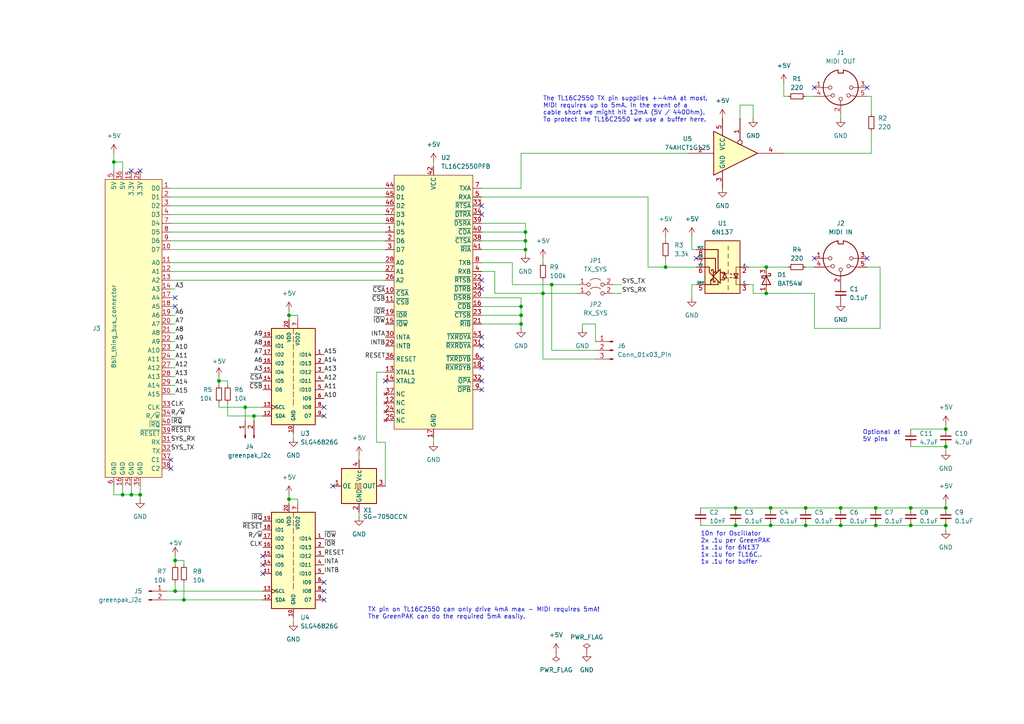
<source format=kicad_sch>
(kicad_sch (version 20230121) (generator eeschema)
  (paper "A4")
  (title_block (title "8-bit thing, MIDI board") (rev "1"))
  (lib_symbols
    (symbol "74xGxx:74AHCT1G125"
      (property "Reference" "U" (at -2.54 3.81 0))
      (property "Value" "74AHCT1G125" (at 0 -3.81 0))
      (symbol "74AHCT1G125_0_1"
        (polyline (pts (xy -7.62 6.35) (xy -7.62 -6.35) (xy 5.08 0) (xy -7.62 6.35)) (stroke (width 0.254)) (fill (type background)))
      )
      (symbol "74AHCT1G125_1_1"
        (pin input inverted (at 0 10.16 270) (length 7.62) (name "~") (number "1"))
        (pin input line (at -15.24 0 0) (length 7.62) (name "~") (number "2"))
        (pin power_in line (at -5.08 -10.16 90) (length 5.08) (name "GND") (number "3"))
        (pin tri_state line (at 12.7 0 180) (length 7.62) (name "~") (number "4"))
        (pin power_in line (at -5.08 10.16 270) (length 5.08) (name "VCC") (number "5"))
      )
    )
    (symbol "Connector:Conn_01x02_Pin" (pin_names (offset 1.016) hide)
      (property "Reference" "J" (at 0 2.54 0))
      (property "Value" "Conn_01x02_Pin" (at 0 -5.08 0))
      (symbol "Conn_01x02_Pin_1_1"
        (polyline (pts (xy 1.27 -2.54) (xy 0.8636 -2.54)) (stroke (width 0.1524)))
        (polyline (pts (xy 1.27 0) (xy 0.8636 0)) (stroke (width 0.1524)))
        (rectangle (start 0.8636 -2.413) (end 0 -2.667) (stroke (width 0.1524)) (fill (type outline)))
        (rectangle (start 0.8636 0.127) (end 0 -0.127) (stroke (width 0.1524)) (fill (type outline)))
        (pin passive line (at 5.08 0 180) (length 3.81) (name "Pin_1") (number "1"))
        (pin passive line (at 5.08 -2.54 180) (length 3.81) (name "Pin_2") (number "2"))
      )
    )
    (symbol "Connector:Conn_01x03_Pin" (pin_names (offset 1.016) hide)
      (property "Reference" "J" (at 0 5.08 0))
      (property "Value" "Conn_01x03_Pin" (at 0 -5.08 0))
      (symbol "Conn_01x03_Pin_1_1"
        (polyline (pts (xy 1.27 -2.54) (xy 0.8636 -2.54)) (stroke (width 0.1524)))
        (polyline (pts (xy 1.27 0) (xy 0.8636 0)) (stroke (width 0.1524)))
        (polyline (pts (xy 1.27 2.54) (xy 0.8636 2.54)) (stroke (width 0.1524)))
        (rectangle (start 0.8636 -2.413) (end 0 -2.667) (stroke (width 0.1524)) (fill (type outline)))
        (rectangle (start 0.8636 0.127) (end 0 -0.127) (stroke (width 0.1524)) (fill (type outline)))
        (rectangle (start 0.8636 2.667) (end 0 2.413) (stroke (width 0.1524)) (fill (type outline)))
        (pin passive line (at 5.08 2.54 180) (length 3.81) (name "Pin_1") (number "1"))
        (pin passive line (at 5.08 0 180) (length 3.81) (name "Pin_2") (number "2"))
        (pin passive line (at 5.08 -2.54 180) (length 3.81) (name "Pin_3") (number "3"))
      )
    )
    (symbol "Connector:DIN-5_180degree" (pin_names (offset 1.016))
      (property "Reference" "J" (at 3.175 5.715 0))
      (property "Value" "DIN-5_180degree" (at 0 -6.35 0))
      (symbol "DIN-5_180degree_0_1"
        (arc (start -5.08 0) (mid -3.8609 -3.3364) (end -0.762 -5.08) (stroke (width 0.254)))
        (circle (center -3.048 0) (radius 0.508))
        (circle (center -2.286 2.286) (radius 0.508))
        (polyline (pts (xy -5.08 0) (xy -3.556 0)))
        (polyline (pts (xy 0 5.08) (xy 0 3.81)))
        (polyline (pts (xy 5.08 0) (xy 3.556 0)))
        (polyline (pts (xy -5.08 2.54) (xy -4.318 2.54) (xy -2.794 2.286)))
        (polyline (pts (xy 5.08 2.54) (xy 4.318 2.54) (xy 2.794 2.286)))
        (polyline (pts (xy -0.762 -4.953) (xy -0.762 -4.191) (xy 0.762 -4.191) (xy 0.762 -4.953)) (stroke (width 0.254)))
        (circle (center 0 3.302) (radius 0.508))
        (arc (start 0.762 -5.08) (mid 3.8685 -3.343) (end 5.08 0) (stroke (width 0.254)))
        (circle (center 2.286 2.286) (radius 0.508))
        (circle (center 3.048 0) (radius 0.508))
        (arc (start 5.08 0) (mid 0 5.0579) (end -5.08 0) (stroke (width 0.254)))
      )
      (symbol "DIN-5_180degree_1_1"
        (pin passive line (at -7.62 0 0) (length 2.54) (name "~") (number "1"))
        (pin passive line (at 0 7.62 270) (length 2.54) (name "~") (number "2"))
        (pin passive line (at 7.62 0 180) (length 2.54) (name "~") (number "3"))
        (pin passive line (at -7.62 2.54 0) (length 2.54) (name "~") (number "4"))
        (pin passive line (at 7.62 2.54 180) (length 2.54) (name "~") (number "5"))
      )
    )
    (symbol "Device:C_Small" (pin_numbers hide) (pin_names (offset 0.254) hide)
      (property "Reference" "C" (at 0.254 1.778 0))
      (property "Value" "C_Small" (at 0.254 -2.032 0))
      (symbol "C_Small_0_1"
        (polyline (pts (xy -1.524 -0.508) (xy 1.524 -0.508)) (stroke (width 0.3302)))
        (polyline (pts (xy -1.524 0.508) (xy 1.524 0.508)) (stroke (width 0.3048)))
      )
      (symbol "C_Small_1_1"
        (pin passive line (at 0 2.54 270) (length 2.032) (name "~") (number "1"))
        (pin passive line (at 0 -2.54 90) (length 2.032) (name "~") (number "2"))
      )
    )
    (symbol "Device:R_Small" (pin_numbers hide) (pin_names (offset 0.254) hide)
      (property "Reference" "R" (at 0.762 0.508 0))
      (property "Value" "R_Small" (at 0.762 -1.016 0))
      (symbol "R_Small_0_1"
        (rectangle (start -0.762 1.778) (end 0.762 -1.778) (stroke (width 0.2032)))
      )
      (symbol "R_Small_1_1"
        (pin passive line (at 0 2.54 270) (length 0.762) (name "~") (number "1"))
        (pin passive line (at 0 -2.54 90) (length 0.762) (name "~") (number "2"))
      )
    )
    (symbol "Diode:BAT54W" (pin_names (offset 1.016) hide)
      (property "Reference" "D" (at 0 2.54 0))
      (property "Value" "BAT54W" (at 0 -2.54 0))
      (symbol "BAT54W_0_1"
        (polyline (pts (xy 1.27 0) (xy -1.27 0)))
        (polyline (pts (xy 1.27 1.27) (xy 1.27 -1.27) (xy -1.27 0) (xy 1.27 1.27)) (stroke (width 0.254)))
        (polyline (pts (xy -1.905 0.635) (xy -1.905 1.27) (xy -1.27 1.27) (xy -1.27 -1.27) (xy -0.635 -1.27) (xy -0.635 -0.635)) (stroke (width 0.254)))
      )
      (symbol "BAT54W_1_1"
        (pin passive line (at 3.81 0 180) (length 2.54) (name "A") (number "1"))
        (pin no_connect line (at 0 0 90) (length 2.54) hide (name "NC") (number "2"))
        (pin passive line (at -3.81 0 0) (length 2.54) (name "K") (number "3"))
      )
    )
    (symbol "Isolator:6N137" (pin_names (offset 0))
      (property "Reference" "U" (at -4.064 8.89 0))
      (property "Value" "6N137" (at 0 -8.89 0))
      (symbol "6N137_0_1"
        (polyline (pts (xy 2.667 -3.556) (xy 2.667 -1.651)) (stroke (width 0.254)))
        (polyline (pts (xy 2.667 -2.159) (xy 2.667 -2.921)) (stroke (width 0.254)))
        (polyline (pts (xy 3.429 -3.937) (xy 3.429 -5.08)) (stroke (width 0.254)))
        (polyline (pts (xy -0.635 -3.302) (xy -0.635 -3.683) (xy 0.635 -3.683)) (stroke (width 0.254)))
        (polyline (pts (xy -0.635 -1.905) (xy -0.635 -1.524) (xy 0.508 -1.524)) (stroke (width 0.254)))
        (polyline (pts (xy 1.27 -4.064) (xy 1.27 -5.08) (xy 5.08 -5.08)) (stroke (width 0.254)))
        (polyline (pts (xy 1.27 -1.27) (xy 1.27 5.08) (xy 5.08 5.08)) (stroke (width 0.254)))
        (polyline (pts (xy 2.032 -1.27) (xy 2.032 2.54) (xy 5.08 2.54)) (stroke (width 0.254)))
        (polyline (pts (xy -5.08 -5.08) (xy -3.937 -5.08) (xy -3.937 0) (xy -5.08 0)))
        (polyline (pts (xy 2.667 -3.302) (xy 2.667 -4.318) (xy 2.159 -4.318) (xy 2.159 -3.937)) (stroke (width 0.254)))
        (polyline (pts (xy 2.667 -2.667) (xy 0.635 -4.699) (xy 0.635 -0.635) (xy 2.667 -2.667)) (stroke (width 0.254)))
        (polyline (pts (xy 2.667 -1.778) (xy 2.667 -0.762) (xy 3.175 -0.762) (xy 3.175 -1.143)) (stroke (width 0.254)))
        (polyline (pts (xy 2.794 -2.54) (xy 3.81 -1.524) (xy 3.81 0) (xy 5.08 0)) (stroke (width 0.254)))
        (polyline (pts (xy 2.667 -3.175) (xy 3.429 -3.937) (xy 3.302 -3.556) (xy 3.048 -3.81) (xy 3.429 -3.937)) (stroke (width 0.254)))
        (circle (center 2.032 -1.524) (radius 0.254) (stroke (width 0.254)))
      )
      (symbol "6N137_1_1"
        (rectangle (start -5.08 7.62) (end 5.08 -7.62) (stroke (width 0.254)) (fill (type background)))
        (polyline (pts (xy -4.572 -3.175) (xy -3.302 -3.175)) (stroke (width 0.254)))
        (polyline (pts (xy -1.651 -5.334) (xy -1.651 -6.604)))
        (polyline (pts (xy -1.651 -3.048) (xy -1.651 -4.318)))
        (polyline (pts (xy -1.651 -0.762) (xy -1.651 -2.032)))
        (polyline (pts (xy -1.651 1.524) (xy -1.651 0.254)))
        (polyline (pts (xy -1.651 3.81) (xy -1.651 2.54)))
        (polyline (pts (xy -1.651 6.096) (xy -1.651 4.826)))
        (polyline (pts (xy -1.27 -1.905) (xy 0 -1.905)) (stroke (width 0.254)))
        (polyline (pts (xy -3.937 -3.175) (xy -4.572 -1.905) (xy -3.302 -1.905) (xy -3.937 -3.175)) (stroke (width 0.254)))
        (polyline (pts (xy -0.635 -1.905) (xy -1.27 -3.175) (xy 0 -3.175) (xy -0.635 -1.905)) (stroke (width 0.254)))
        (polyline (pts (xy -2.921 -3.048) (xy -2.159 -3.048) (xy -2.54 -3.175) (xy -2.54 -2.921) (xy -2.159 -3.048)) (stroke (width 0.127)))
        (polyline (pts (xy -2.921 -2.032) (xy -2.159 -2.032) (xy -2.54 -2.159) (xy -2.54 -1.905) (xy -2.159 -2.032)) (stroke (width 0.127)))
        (pin no_connect line (at -5.08 5.08 0) (length 2.54) hide (name "NC") (number "1"))
        (pin passive line (at -7.62 0 0) (length 2.54) (name "A") (number "2"))
        (pin passive line (at -7.62 -5.08 0) (length 2.54) (name "C") (number "3"))
        (pin power_in line (at 7.62 -5.08 180) (length 2.54) (name "GND") (number "5"))
        (pin open_collector line (at 7.62 0 180) (length 2.54) (name "VO") (number "6"))
        (pin input line (at 7.62 2.54 180) (length 2.54) (name "EN") (number "7"))
        (pin power_in line (at 7.62 5.08 180) (length 2.54) (name "VCC") (number "8"))
      )
    )
    (symbol "Jumper:Jumper_2_Open" (pin_names (offset 0) hide)
      (property "Reference" "JP" (at 0 2.794 0))
      (property "Value" "Jumper_2_Open" (at 0 -2.286 0))
      (symbol "Jumper_2_Open_0_0"
        (circle (center -2.032 0) (radius 0.508))
        (circle (center 2.032 0) (radius 0.508))
      )
      (symbol "Jumper_2_Open_0_1"
        (arc (start 1.524 1.27) (mid 0 1.778) (end -1.524 1.27))
      )
      (symbol "Jumper_2_Open_1_1"
        (pin passive line (at -5.08 0 0) (length 2.54) (name "A") (number "1"))
        (pin passive line (at 5.08 0 180) (length 2.54) (name "B") (number "2"))
      )
    )
    (symbol "Oscillator:SG-7050CCN" (pin_names (offset 0.254))
      (property "Reference" "X" (at -5.08 6.35 0))
      (property "Value" "SG-7050CCN" (at 1.27 -6.35 0))
      (symbol "SG-7050CCN_0_1"
        (rectangle (start -5.08 5.08) (end 5.08 -5.08) (stroke (width 0.254)) (fill (type background)))
        (polyline (pts (xy -1.27 -0.762) (xy -1.016 -0.762) (xy -1.016 0.762) (xy -0.508 0.762) (xy -0.508 -0.762) (xy 0 -0.762) (xy 0 0.762) (xy 0.508 0.762) (xy 0.508 -0.762) (xy 0.762 -0.762)))
      )
      (symbol "SG-7050CCN_1_1"
        (pin input line (at -7.62 0 0) (length 2.54) (name "OE") (number "1"))
        (pin power_in line (at 0 -7.62 90) (length 2.54) (name "GND") (number "2"))
        (pin output line (at 7.62 0 180) (length 2.54) (name "OUT") (number "3"))
        (pin power_in line (at 0 7.62 270) (length 2.54) (name "Vcc") (number "4"))
      )
    )
    (symbol "imported_symbols:SLG46826G" (pin_names (offset 1.016))
      (property "Reference" "U" (at 2.54 17.78 0))
      (property "Value" "SLG46826G" (at 2.54 15.24 0))
      (symbol "SLG46826G_0_0"
        (rectangle (start -6.35 13.97) (end 6.35 -13.97) (stroke (width 0.254)) (fill (type background)))
        (pin bidirectional line (at 8.89 6.35 180) (length 2.54) (name "IO14") (number "1"))
        (pin power_in line (at 0 -16.51 90) (length 2.54) (name "GND") (number "10"))
        (pin output line (at -8.89 -3.81 0) (length 2.54) (name "O6") (number "11"))
        (pin bidirectional line (at -8.89 -11.43 0) (length 2.54) (name "SDA") (number "12"))
        (pin input clock (at -8.89 -8.89 0) (length 2.54) (name "SCL") (number "13"))
        (pin bidirectional line (at -8.89 -1.27 0) (length 2.54) (name "IO5") (number "14"))
        (pin bidirectional line (at -8.89 1.27 0) (length 2.54) (name "IO4") (number "15"))
        (pin bidirectional line (at -8.89 3.81 0) (length 2.54) (name "IO3") (number "16"))
        (pin bidirectional line (at -8.89 6.35 0) (length 2.54) (name "IO2") (number "17"))
        (pin bidirectional line (at -8.89 8.89 0) (length 2.54) (name "IO1") (number "18"))
        (pin bidirectional line (at -8.89 11.43 0) (length 2.54) (name "IO0") (number "19"))
        (pin bidirectional line (at 8.89 3.81 180) (length 2.54) (name "IO13") (number "2"))
        (pin power_in line (at -1.27 16.51 270) (length 2.54) (name "VDD") (number "20"))
        (pin bidirectional line (at 8.89 1.27 180) (length 2.54) (name "IO12") (number "3"))
        (pin bidirectional line (at 8.89 -1.27 180) (length 2.54) (name "IO11") (number "4"))
        (pin bidirectional line (at 8.89 -3.81 180) (length 2.54) (name "IO10") (number "5"))
        (pin bidirectional line (at 8.89 -6.35 180) (length 2.54) (name "IO9") (number "6"))
        (pin power_in line (at 1.27 16.51 270) (length 2.54) (name "VDD2") (number "7"))
        (pin bidirectional line (at 8.89 -8.89 180) (length 2.54) (name "IO8") (number "8"))
        (pin output line (at 8.89 -11.43 180) (length 2.54) (name "O7") (number "9"))
      )
      (symbol "SLG46826G_0_1"
        (polyline (pts (xy 0 13.97) (xy 0 -8.89)) (stroke (width 0) (type dash)))
      )
    )
    (symbol "own_symbols:8bit_thing_bus_connector"
      (property "Reference" "J" (at 3.81 48.26 0))
      (property "Value" "8bit_thing_bus_connector" (at 15.24 50.8 0))
      (symbol "8bit_thing_bus_connector_0_0"
        (pin bidirectional line (at 10.16 19.05 180) (length 2.54) (name "A0") (number "11"))
        (pin bidirectional line (at 10.16 3.81 180) (length 2.54) (name "A6") (number "19"))
        (pin bidirectional line (at 10.16 -19.05 180) (length 2.54) (name "A15") (number "30"))
        (pin bidirectional line (at 10.16 -33.02 180) (length 2.54) (name "RX") (number "31"))
        (pin bidirectional line (at 10.16 -35.56 180) (length 2.54) (name "TX") (number "32"))
        (pin bidirectional line (at 10.16 -22.86 180) (length 2.54) (name "CLK") (number "33"))
        (pin bidirectional line (at 10.16 -25.4 180) (length 2.54) (name "R/~{W}") (number "34"))
        (pin bidirectional line (at 10.16 -38.1 180) (length 2.54) (name "C1") (number "37"))
        (pin bidirectional line (at 10.16 -40.64 180) (length 2.54) (name "C2") (number "38"))
        (pin bidirectional line (at 10.16 -30.48 180) (length 2.54) (name "~{RESET}") (number "39"))
        (pin bidirectional line (at 10.16 -27.94 180) (length 2.54) (name "~{IRQ}") (number "40"))
      )
      (symbol "8bit_thing_bus_connector_0_1"
        (rectangle (start -8.89 43.18) (end 7.62 -43.18) (fill (type background)))
      )
      (symbol "8bit_thing_bus_connector_1_1"
        (pin bidirectional line (at 10.16 40.64 180) (length 2.54) (name "D0") (number "1"))
        (pin bidirectional line (at 10.16 22.86 180) (length 2.54) (name "D7") (number "10"))
        (pin bidirectional line (at 10.16 16.51 180) (length 2.54) (name "A1") (number "12"))
        (pin bidirectional line (at 10.16 13.97 180) (length 2.54) (name "A2") (number "13"))
        (pin bidirectional line (at 10.16 11.43 180) (length 2.54) (name "A3") (number "14"))
        (pin power_in line (at -1.27 45.72 270) (length 2.54) (name "3.3V") (number "15"))
        (pin power_in line (at -3.81 -45.72 90) (length 2.54) (name "GND") (number "16"))
        (pin bidirectional line (at 10.16 8.89 180) (length 2.54) (name "A4") (number "17"))
        (pin bidirectional line (at 10.16 6.35 180) (length 2.54) (name "A5") (number "18"))
        (pin bidirectional line (at 10.16 38.1 180) (length 2.54) (name "D1") (number "2"))
        (pin bidirectional line (at 10.16 1.27 180) (length 2.54) (name "A7") (number "20"))
        (pin bidirectional line (at 10.16 -1.27 180) (length 2.54) (name "A8") (number "21"))
        (pin bidirectional line (at 10.16 -3.81 180) (length 2.54) (name "A9") (number "22"))
        (pin bidirectional line (at 10.16 -6.35 180) (length 2.54) (name "A10") (number "23"))
        (pin bidirectional line (at 10.16 -8.89 180) (length 2.54) (name "A11") (number "24"))
        (pin power_in line (at -1.27 -45.72 90) (length 2.54) (name "GND") (number "25"))
        (pin power_in line (at 1.27 45.72 270) (length 2.54) (name "3.3V") (number "26"))
        (pin bidirectional line (at 10.16 -11.43 180) (length 2.54) (name "A12") (number "27"))
        (pin bidirectional line (at 10.16 -13.97 180) (length 2.54) (name "A13") (number "28"))
        (pin bidirectional line (at 10.16 -16.51 180) (length 2.54) (name "A14") (number "29"))
        (pin bidirectional line (at 10.16 35.56 180) (length 2.54) (name "D2") (number "3"))
        (pin power_in line (at 1.27 -45.72 90) (length 2.54) (name "GND") (number "35"))
        (pin power_in line (at -3.81 45.72 270) (length 2.54) (name "5V") (number "36"))
        (pin bidirectional line (at 10.16 33.02 180) (length 2.54) (name "D3") (number "4"))
        (pin power_in line (at -6.35 45.72 270) (length 2.54) (name "5V") (number "5"))
        (pin power_in line (at -6.35 -45.72 90) (length 2.54) (name "GND") (number "6"))
        (pin bidirectional line (at 10.16 30.48 180) (length 2.54) (name "D4") (number "7"))
        (pin bidirectional line (at 10.16 27.94 180) (length 2.54) (name "D5") (number "8"))
        (pin bidirectional line (at 10.16 25.4 180) (length 2.54) (name "D6") (number "9"))
      )
    )
    (symbol "own_symbols:TL16C2550PFB"
      (property "Reference" "U" (at 1.27 39.37 0))
      (property "Value" "TL16C2550PFB" (at 1.27 36.83 0))
      (symbol "TL16C2550PFB_0_0"
        (pin tri_state line (at -13.97 19.05 0) (length 2.54) (name "D5") (number "1"))
        (pin input line (at -13.97 1.27 0) (length 2.54) (name "~{CSA}") (number "10"))
        (pin input line (at -13.97 -1.27 0) (length 2.54) (name "~{CSB}") (number "11"))
        (pin no_connect line (at -13.97 -30.48 0) (length 2.54) (name "NC") (number "12"))
        (pin input line (at -13.97 -21.59 0) (length 2.54) (name "XTAL1") (number "13"))
        (pin output line (at -13.97 -24.13 0) (length 2.54) (name "XTAL2") (number "14"))
        (pin input line (at -13.97 -7.62 0) (length 2.54) (name "~{IOW}") (number "15"))
        (pin input line (at 13.97 -2.54 180) (length 2.54) (name "~{CDB}") (number "16"))
        (pin power_in line (at 0 -40.64 90) (length 2.54) (name "GND") (number "17"))
        (pin output line (at 13.97 -20.32 180) (length 2.54) (name "~{RXRDYB}") (number "18"))
        (pin input line (at -13.97 -5.08 0) (length 2.54) (name "~{IOR}") (number "19"))
        (pin tri_state line (at -13.97 16.51 0) (length 2.54) (name "D6") (number "2"))
        (pin input line (at 13.97 0 180) (length 2.54) (name "~{DSRB}") (number "20"))
        (pin input line (at 13.97 -7.62 180) (length 2.54) (name "~{RIB}") (number "21"))
        (pin output line (at 13.97 5.08 180) (length 2.54) (name "~{RTSB}") (number "22"))
        (pin input line (at 13.97 -5.08 180) (length 2.54) (name "~{CTSB}") (number "23"))
        (pin no_connect line (at -13.97 -33.02 0) (length 2.54) (name "NC") (number "24"))
        (pin no_connect line (at -13.97 -35.56 0) (length 2.54) (name "NC") (number "25"))
        (pin input line (at -13.97 5.08 0) (length 2.54) (name "A2") (number "26"))
        (pin input line (at -13.97 7.62 0) (length 2.54) (name "A1") (number "27"))
        (pin input line (at -13.97 10.16 0) (length 2.54) (name "A0") (number "28"))
        (pin output line (at -13.97 -13.97 0) (length 2.54) (name "INTB") (number "29"))
        (pin tri_state line (at -13.97 13.97 0) (length 2.54) (name "D7") (number "3"))
        (pin output line (at -13.97 -11.43 0) (length 2.54) (name "INTA") (number "30"))
        (pin output line (at 13.97 -13.97 180) (length 2.54) (name "~{RXRDYA}") (number "31"))
        (pin output line (at 13.97 -24.13 180) (length 2.54) (name "~{OPA}") (number "32"))
        (pin output line (at 13.97 26.67 180) (length 2.54) (name "~{RTSA}") (number "33"))
        (pin output line (at 13.97 24.13 180) (length 2.54) (name "~{DTRA}") (number "34"))
        (pin output line (at 13.97 2.54 180) (length 2.54) (name "~{DTRB}") (number "35"))
        (pin input line (at -13.97 -17.78 0) (length 2.54) (name "RESET") (number "36"))
        (pin no_connect line (at -13.97 -27.94 0) (length 2.54) (name "NC") (number "37"))
        (pin input line (at 13.97 16.51 180) (length 2.54) (name "~{CTSA}") (number "38"))
        (pin input line (at 13.97 21.59 180) (length 2.54) (name "~{DSRA}") (number "39"))
        (pin input line (at 13.97 7.62 180) (length 2.54) (name "RXB") (number "4"))
        (pin input line (at 13.97 19.05 180) (length 2.54) (name "~{CDA}") (number "40"))
        (pin input line (at 13.97 13.97 180) (length 2.54) (name "~{RIA}") (number "41"))
        (pin power_in line (at 0 38.1 270) (length 2.54) (name "VCC") (number "42"))
        (pin output line (at 13.97 -11.43 180) (length 2.54) (name "~{TXRDYA}") (number "43"))
        (pin tri_state line (at -13.97 31.75 0) (length 2.54) (name "D0") (number "44"))
        (pin tri_state line (at -13.97 29.21 0) (length 2.54) (name "D1") (number "45"))
        (pin tri_state line (at -13.97 26.67 0) (length 2.54) (name "D2") (number "46"))
        (pin tri_state line (at -13.97 24.13 0) (length 2.54) (name "D3") (number "47"))
        (pin tri_state line (at -13.97 21.59 0) (length 2.54) (name "D4") (number "48"))
        (pin input line (at 13.97 29.21 180) (length 2.54) (name "RXA") (number "5"))
        (pin output line (at 13.97 -17.78 180) (length 2.54) (name "~{TXRDYB}") (number "6"))
        (pin output line (at 13.97 31.75 180) (length 2.54) (name "TXA") (number "7"))
        (pin output line (at 13.97 10.16 180) (length 2.54) (name "TXB") (number "8"))
        (pin output line (at 13.97 -26.67 180) (length 2.54) (name "~{OPB}") (number "9"))
      )
      (symbol "TL16C2550PFB_1_1"
        (rectangle (start -11.43 35.56) (end 11.43 -38.1) (fill (type background)))
      )
    )
    (symbol "power:+5V" (power) (pin_names (offset 0))
      (property "Value" "+5V" (at 0 3.556 0))
      (symbol "+5V_0_1"
        (polyline (pts (xy -0.762 1.27) (xy 0 2.54)))
        (polyline (pts (xy 0 0) (xy 0 2.54)))
        (polyline (pts (xy 0 2.54) (xy 0.762 1.27)))
      )
      (symbol "+5V_1_1"
        (pin power_in line (at 0 0 90) (length 0) hide (name "+5V") (number "1"))
      )
    )
    (symbol "power:GND" (power) (pin_names (offset 0))
      (property "Value" "GND" (at 0 -3.81 0))
      (symbol "GND_0_1"
        (polyline (pts (xy 0 0) (xy 0 -1.27) (xy 1.27 -1.27) (xy 0 -2.54) (xy -1.27 -1.27) (xy 0 -1.27)))
      )
      (symbol "GND_1_1"
        (pin power_in line (at 0 0 270) (length 0) hide (name "GND") (number "1"))
      )
    )
    (symbol "power:PWR_FLAG" (power) (pin_numbers hide) (pin_names (offset 0) hide)
      (property "Value" "PWR_FLAG" (at 0 3.81 0))
      (symbol "PWR_FLAG_0_0"
        (pin power_out line (at 0 0 90) (length 0) (name "pwr") (number "1"))
      )
      (symbol "PWR_FLAG_0_1"
        (polyline (pts (xy 0 0) (xy 0 1.27) (xy -1.016 1.905) (xy 0 2.54) (xy 1.016 1.905) (xy 0 1.27)))
      )
    )
  )
  (junction (at 274.32 129.54))
  (junction (at 73.66 120.65))
  (junction (at 243.84 147.32))
  (junction (at 233.68 147.32))
  (junction (at 152.4 72.39))
  (junction (at 33.02 46.99))
  (junction (at 274.32 147.32))
  (junction (at 254 152.4))
  (junction (at 213.36 152.4))
  (junction (at 151.13 91.44))
  (junction (at 63.5 110.49))
  (junction (at 50.8 171.45))
  (junction (at 264.16 147.32))
  (junction (at 222.25 77.47))
  (junction (at 193.04 77.47))
  (junction (at 213.36 147.32))
  (junction (at 50.8 162.56))
  (junction (at 151.13 88.9))
  (junction (at 233.68 152.4))
  (junction (at 160.02 82.55))
  (junction (at 157.48 85.09))
  (junction (at 71.12 118.11))
  (junction (at 83.82 144.78))
  (junction (at 151.13 93.98))
  (junction (at 40.64 143.51))
  (junction (at 254 147.32))
  (junction (at 223.52 152.4))
  (junction (at 53.34 173.99))
  (junction (at 38.1 143.51))
  (junction (at 223.52 147.32))
  (junction (at 243.84 152.4))
  (junction (at 274.32 152.4))
  (junction (at 274.32 124.46))
  (junction (at 264.16 152.4))
  (junction (at 152.4 69.85))
  (junction (at 222.25 85.09))
  (junction (at 152.4 67.31))
  (junction (at 35.56 143.51))
  (junction (at 83.82 91.44))
  (no_connect (at 201.93 74.93))
  (no_connect (at 236.22 74.93))
  (no_connect (at 50.8 88.9))
  (no_connect (at 139.7 110.49))
  (no_connect (at 93.98 173.99))
  (no_connect (at 93.98 168.91))
  (no_connect (at 139.7 59.69))
  (no_connect (at 139.7 81.28))
  (no_connect (at 139.7 62.23))
  (no_connect (at 76.2 166.37))
  (no_connect (at 38.1 49.53))
  (no_connect (at 139.7 113.03))
  (no_connect (at 139.7 83.82))
  (no_connect (at 251.46 74.93))
  (no_connect (at 76.2 161.29))
  (no_connect (at 251.46 25.4))
  (no_connect (at 139.7 104.14))
  (no_connect (at 49.53 133.35))
  (no_connect (at 139.7 106.68))
  (no_connect (at 139.7 97.79))
  (no_connect (at 139.7 100.33))
  (no_connect (at 93.98 120.65))
  (no_connect (at 76.2 163.83))
  (no_connect (at 40.64 49.53))
  (no_connect (at 93.98 118.11))
  (no_connect (at 50.8 86.36))
  (no_connect (at 96.52 140.97))
  (no_connect (at 236.22 25.4))
  (no_connect (at 111.76 110.49))
  (no_connect (at 93.98 171.45))
  (no_connect (at 49.53 135.89))
  (wire (pts (xy 222.25 85.09) (xy 236.22 85.09)))
  (wire (pts (xy 50.8 106.68) (xy 49.53 106.68)))
  (wire (pts (xy 83.82 143.51) (xy 83.82 144.78)))
  (wire (pts (xy 274.32 129.54) (xy 274.32 130.81)))
  (wire (pts (xy 38.1 140.97) (xy 38.1 143.51)))
  (wire (pts (xy 50.8 114.3) (xy 49.53 114.3)))
  (wire (pts (xy 152.4 72.39) (xy 152.4 73.66)))
  (wire (pts (xy 148.59 76.2) (xy 148.59 82.55)))
  (wire (pts (xy 151.13 88.9) (xy 151.13 91.44)))
  (wire (pts (xy 157.48 81.28) (xy 157.48 85.09)))
  (wire (pts (xy 104.14 148.59) (xy 104.14 149.86)))
  (wire (pts (xy 66.04 116.84) (xy 66.04 120.65)))
  (wire (pts (xy 139.7 69.85) (xy 152.4 69.85)))
  (wire (pts (xy 233.68 147.32) (xy 243.84 147.32)))
  (wire (pts (xy 172.72 93.98) (xy 172.72 99.06)))
  (wire (pts (xy 85.09 180.34) (xy 85.09 179.07)))
  (wire (pts (xy 213.36 152.4) (xy 223.52 152.4)))
  (wire (pts (xy 48.26 171.45) (xy 50.8 171.45)))
  (wire (pts (xy 228.6 27.94) (xy 227.33 27.94)))
  (wire (pts (xy 139.7 72.39) (xy 152.4 72.39)))
  (wire (pts (xy 233.68 152.4) (xy 243.84 152.4)))
  (wire (pts (xy 50.8 104.14) (xy 49.53 104.14)))
  (wire (pts (xy 139.7 67.31) (xy 152.4 67.31)))
  (wire (pts (xy 86.36 92.71) (xy 86.36 91.44)))
  (wire (pts (xy 71.12 118.11) (xy 63.5 118.11)))
  (wire (pts (xy 33.02 143.51) (xy 35.56 143.51)))
  (wire (pts (xy 49.53 72.39) (xy 111.76 72.39)))
  (wire (pts (xy 254 152.4) (xy 264.16 152.4)))
  (wire (pts (xy 83.82 144.78) (xy 83.82 146.05)))
  (wire (pts (xy 73.66 120.65) (xy 73.66 121.92)))
  (wire (pts (xy 254 147.32) (xy 264.16 147.32)))
  (wire (pts (xy 243.84 33.02) (xy 243.84 34.29)))
  (wire (pts (xy 63.5 110.49) (xy 66.04 110.49)))
  (wire (pts (xy 35.56 46.99) (xy 35.56 49.53)))
  (wire (pts (xy 139.7 88.9) (xy 151.13 88.9)))
  (wire (pts (xy 252.73 38.1) (xy 252.73 44.45)))
  (wire (pts (xy 264.16 129.54) (xy 274.32 129.54)))
  (wire (pts (xy 49.53 64.77) (xy 111.76 64.77)))
  (wire (pts (xy 50.8 96.52) (xy 49.53 96.52)))
  (wire (pts (xy 177.8 82.55) (xy 180.34 82.55)))
  (wire (pts (xy 139.7 76.2) (xy 148.59 76.2)))
  (wire (pts (xy 151.13 54.61) (xy 151.13 44.45)))
  (wire (pts (xy 180.34 85.09) (xy 177.8 85.09)))
  (wire (pts (xy 251.46 77.47) (xy 255.27 77.47)))
  (wire (pts (xy 157.48 85.09) (xy 143.51 85.09)))
  (wire (pts (xy 160.02 82.55) (xy 167.64 82.55)))
  (wire (pts (xy 49.53 67.31) (xy 111.76 67.31)))
  (wire (pts (xy 48.26 173.99) (xy 53.34 173.99)))
  (wire (pts (xy 83.82 91.44) (xy 83.82 92.71)))
  (wire (pts (xy 139.7 57.15) (xy 187.96 57.15)))
  (wire (pts (xy 274.32 146.05) (xy 274.32 147.32)))
  (wire (pts (xy 222.25 77.47) (xy 228.6 77.47)))
  (wire (pts (xy 214.63 30.48) (xy 218.44 30.48)))
  (wire (pts (xy 50.8 83.82) (xy 49.53 83.82)))
  (wire (pts (xy 243.84 152.4) (xy 254 152.4)))
  (wire (pts (xy 160.02 101.6) (xy 172.72 101.6)))
  (wire (pts (xy 151.13 86.36) (xy 151.13 88.9)))
  (wire (pts (xy 152.4 69.85) (xy 152.4 72.39)))
  (wire (pts (xy 274.32 123.19) (xy 274.32 124.46)))
  (wire (pts (xy 193.04 74.93) (xy 193.04 77.47)))
  (wire (pts (xy 187.96 77.47) (xy 193.04 77.47)))
  (wire (pts (xy 53.34 163.83) (xy 53.34 162.56)))
  (wire (pts (xy 218.44 85.09) (xy 222.25 85.09)))
  (wire (pts (xy 49.53 69.85) (xy 111.76 69.85)))
  (wire (pts (xy 236.22 95.25) (xy 236.22 85.09)))
  (wire (pts (xy 111.76 128.27) (xy 111.76 140.97)))
  (wire (pts (xy 152.4 64.77) (xy 152.4 67.31)))
  (wire (pts (xy 63.5 110.49) (xy 63.5 111.76)))
  (wire (pts (xy 160.02 101.6) (xy 160.02 82.55)))
  (wire (pts (xy 125.73 46.99) (xy 125.73 48.26)))
  (wire (pts (xy 274.32 152.4) (xy 274.32 153.67)))
  (wire (pts (xy 50.8 99.06) (xy 49.53 99.06)))
  (wire (pts (xy 223.52 152.4) (xy 233.68 152.4)))
  (wire (pts (xy 203.2 147.32) (xy 213.36 147.32)))
  (wire (pts (xy 274.32 147.32) (xy 264.16 147.32)))
  (wire (pts (xy 274.32 152.4) (xy 264.16 152.4)))
  (wire (pts (xy 193.04 77.47) (xy 201.93 77.47)))
  (wire (pts (xy 255.27 77.47) (xy 255.27 95.25)))
  (wire (pts (xy 139.7 54.61) (xy 151.13 54.61)))
  (wire (pts (xy 50.8 171.45) (xy 76.2 171.45)))
  (wire (pts (xy 143.51 78.74) (xy 143.51 85.09)))
  (wire (pts (xy 233.68 27.94) (xy 236.22 27.94)))
  (wire (pts (xy 264.16 124.46) (xy 274.32 124.46)))
  (wire (pts (xy 157.48 76.2) (xy 157.48 74.93)))
  (wire (pts (xy 152.4 67.31) (xy 152.4 69.85)))
  (wire (pts (xy 151.13 44.45) (xy 199.39 44.45)))
  (wire (pts (xy 35.56 140.97) (xy 35.56 143.51)))
  (wire (pts (xy 50.8 86.36) (xy 49.53 86.36)))
  (wire (pts (xy 66.04 111.76) (xy 66.04 110.49)))
  (wire (pts (xy 227.33 44.45) (xy 252.73 44.45)))
  (wire (pts (xy 104.14 132.08) (xy 104.14 133.35)))
  (wire (pts (xy 85.09 127) (xy 85.09 125.73)))
  (wire (pts (xy 109.22 107.95) (xy 111.76 107.95)))
  (wire (pts (xy 157.48 104.14) (xy 172.72 104.14)))
  (wire (pts (xy 157.48 85.09) (xy 167.64 85.09)))
  (wire (pts (xy 49.53 57.15) (xy 111.76 57.15)))
  (wire (pts (xy 227.33 24.13) (xy 227.33 27.94)))
  (wire (pts (xy 50.8 93.98) (xy 49.53 93.98)))
  (wire (pts (xy 213.36 147.32) (xy 223.52 147.32)))
  (wire (pts (xy 143.51 78.74) (xy 139.7 78.74)))
  (wire (pts (xy 86.36 91.44) (xy 83.82 91.44)))
  (wire (pts (xy 125.73 128.27) (xy 125.73 127)))
  (wire (pts (xy 151.13 93.98) (xy 151.13 95.25)))
  (wire (pts (xy 157.48 85.09) (xy 157.48 104.14)))
  (wire (pts (xy 223.52 147.32) (xy 233.68 147.32)))
  (wire (pts (xy 217.17 77.47) (xy 222.25 77.47)))
  (wire (pts (xy 111.76 128.27) (xy 109.22 128.27)))
  (wire (pts (xy 40.64 144.78) (xy 40.64 143.51)))
  (wire (pts (xy 73.66 120.65) (xy 66.04 120.65)))
  (wire (pts (xy 53.34 168.91) (xy 53.34 173.99)))
  (wire (pts (xy 252.73 27.94) (xy 251.46 27.94)))
  (wire (pts (xy 35.56 143.51) (xy 38.1 143.51)))
  (wire (pts (xy 49.53 76.2) (xy 111.76 76.2)))
  (wire (pts (xy 63.5 109.22) (xy 63.5 110.49)))
  (wire (pts (xy 214.63 34.29) (xy 214.63 30.48)))
  (wire (pts (xy 50.8 91.44) (xy 49.53 91.44)))
  (wire (pts (xy 139.7 93.98) (xy 151.13 93.98)))
  (wire (pts (xy 49.53 54.61) (xy 111.76 54.61)))
  (wire (pts (xy 33.02 46.99) (xy 35.56 46.99)))
  (wire (pts (xy 86.36 144.78) (xy 86.36 146.05)))
  (wire (pts (xy 50.8 162.56) (xy 50.8 163.83)))
  (wire (pts (xy 49.53 62.23) (xy 111.76 62.23)))
  (wire (pts (xy 193.04 68.58) (xy 193.04 69.85)))
  (wire (pts (xy 218.44 82.55) (xy 217.17 82.55)))
  (wire (pts (xy 33.02 46.99) (xy 33.02 49.53)))
  (wire (pts (xy 200.66 82.55) (xy 201.93 82.55)))
  (wire (pts (xy 71.12 118.11) (xy 71.12 121.92)))
  (wire (pts (xy 243.84 147.32) (xy 254 147.32)))
  (wire (pts (xy 49.53 78.74) (xy 111.76 78.74)))
  (wire (pts (xy 200.66 72.39) (xy 201.93 72.39)))
  (wire (pts (xy 63.5 116.84) (xy 63.5 118.11)))
  (wire (pts (xy 200.66 86.36) (xy 200.66 82.55)))
  (wire (pts (xy 50.8 101.6) (xy 49.53 101.6)))
  (wire (pts (xy 71.12 118.11) (xy 76.2 118.11)))
  (wire (pts (xy 50.8 162.56) (xy 53.34 162.56)))
  (wire (pts (xy 187.96 57.15) (xy 187.96 77.47)))
  (wire (pts (xy 33.02 44.45) (xy 33.02 46.99)))
  (wire (pts (xy 139.7 64.77) (xy 152.4 64.77)))
  (wire (pts (xy 148.59 82.55) (xy 160.02 82.55)))
  (wire (pts (xy 139.7 91.44) (xy 151.13 91.44)))
  (wire (pts (xy 50.8 88.9) (xy 49.53 88.9)))
  (wire (pts (xy 38.1 143.51) (xy 40.64 143.51)))
  (wire (pts (xy 49.53 59.69) (xy 111.76 59.69)))
  (wire (pts (xy 218.44 85.09) (xy 218.44 82.55)))
  (wire (pts (xy 168.91 93.98) (xy 172.72 93.98)))
  (wire (pts (xy 50.8 111.76) (xy 49.53 111.76)))
  (wire (pts (xy 168.91 95.25) (xy 168.91 93.98)))
  (wire (pts (xy 218.44 30.48) (xy 218.44 34.29)))
  (wire (pts (xy 50.8 162.56) (xy 50.8 161.29)))
  (wire (pts (xy 109.22 128.27) (xy 109.22 107.95)))
  (wire (pts (xy 200.66 68.58) (xy 200.66 72.39)))
  (wire (pts (xy 233.68 77.47) (xy 236.22 77.47)))
  (wire (pts (xy 255.27 95.25) (xy 236.22 95.25)))
  (wire (pts (xy 252.73 27.94) (xy 252.73 33.02)))
  (wire (pts (xy 203.2 152.4) (xy 213.36 152.4)))
  (wire (pts (xy 73.66 120.65) (xy 76.2 120.65)))
  (wire (pts (xy 33.02 140.97) (xy 33.02 143.51)))
  (wire (pts (xy 40.64 140.97) (xy 40.64 143.51)))
  (wire (pts (xy 139.7 86.36) (xy 151.13 86.36)))
  (wire (pts (xy 50.8 109.22) (xy 49.53 109.22)))
  (wire (pts (xy 49.53 81.28) (xy 111.76 81.28)))
  (wire (pts (xy 151.13 91.44) (xy 151.13 93.98)))
  (wire (pts (xy 86.36 144.78) (xy 83.82 144.78)))
  (wire (pts (xy 53.34 173.99) (xy 76.2 173.99)))
  (wire (pts (xy 83.82 90.17) (xy 83.82 91.44)))
  (wire (pts (xy 50.8 168.91) (xy 50.8 171.45)))
  (text "TX pin on TL16C2550 can only drive 4mA max - MIDI requires 5mA!\nThe GreenPAK can do the required 5mA easily." (at 106.68 179.705 0) (effects (font (size 1.27 1.27)) (justify left bottom)))
  (text "The TL16C2550 TX pin supplies +-4mA at most.\nMIDI requires up to 5mA. In the event of a\ncable short we might hit 12mA (5V / 440Ohm).\nTo protect the TL16C2550 we use a buffer here." (at 157.48 35.56 0) (effects (font (size 1.27 1.27)) (justify left bottom)))
  (text "10n for Oscillator\n2x .1u per GreenPAK\n1x .1u for 6N137\n1x .1u for TL16C..\n1x .1u for buffer" (at 203.2 163.83 0) (effects (font (size 1.27 1.27)) (justify left bottom)))
  (text "Optional at\n5V pins" (at 250.19 128.27 0) (effects (font (size 1.27 1.27)) (justify left bottom)))
  (label "~{CSA}" (at 111.76 85.09 180))
  (label "~{IOW}" (at 93.98 156.21 0))
  (label "~{CSB}" (at 111.76 87.63 180))
  (label "INTA" (at 93.98 163.83 0))
  (label "A9" (at 76.2 97.79 180))
  (label "SYS_TX" (at 49.53 130.81 0))
  (label "~{IOW}" (at 111.76 93.98 180))
  (label "A8" (at 76.2 100.33 180))
  (label "~{RESET}" (at 49.53 125.73 0))
  (label "~{IOR}" (at 93.98 158.75 0))
  (label "A3" (at 50.8 83.82 0))
  (label "~{IRQ}" (at 76.2 151.13 180))
  (label "A6" (at 76.2 105.41 180))
  (label "SYS_RX" (at 180.34 85.09 0))
  (label "R{slash}~{W}" (at 76.2 156.21 180))
  (label "A9" (at 50.8 99.06 0))
  (label "CLK" (at 49.53 118.11 0))
  (label "SYS_TX" (at 180.34 82.55 0))
  (label "~{CSA}" (at 76.2 110.49 180))
  (label "A14" (at 93.98 105.41 0))
  (label "~{IRQ}" (at 49.53 123.19 0))
  (label "A12" (at 93.98 110.49 0))
  (label "INTA" (at 111.76 97.79 180))
  (label "INTB" (at 111.76 100.33 180))
  (label "SYS_RX" (at 49.53 128.27 0))
  (label "A11" (at 93.98 113.03 0))
  (label "A8" (at 50.8 96.52 0))
  (label "A6" (at 50.8 91.44 0))
  (label "A15" (at 50.8 114.3 0))
  (label "RESET" (at 111.76 104.14 180))
  (label "A7" (at 50.8 93.98 0))
  (label "R{slash}~{W}" (at 49.53 120.65 0))
  (label "CLK" (at 76.2 158.75 180))
  (label "~{IOR}" (at 111.76 91.44 180))
  (label "A14" (at 50.8 111.76 0))
  (label "A10" (at 93.98 115.57 0))
  (label "A10" (at 50.8 101.6 0))
  (label "~{RESET}" (at 76.2 153.67 180))
  (label "A15" (at 93.98 102.87 0))
  (label "RESET" (at 93.98 161.29 0))
  (label "A7" (at 76.2 102.87 180))
  (label "INTB" (at 93.98 166.37 0))
  (label "A11" (at 50.8 104.14 0))
  (label "A13" (at 93.98 107.95 0))
  (label "A13" (at 50.8 109.22 0))
  (label "A3" (at 76.2 107.95 180))
  (label "~{CSB}" (at 76.2 113.03 180))
  (label "A12" (at 50.8 106.68 0))
  (symbol (lib_id "Connector:Conn_01x02_Pin") (at 71.12 127 90) (unit 1)
    (property "Reference" "J4" (at 72.39 129.54 90))
    (property "Value" "greenpak_i2c" (at 72.39 132.08 90))
    (property "Footprint" "own_footprints:PinHeader_1x02_P2.54mm_Vertical_minimal" (effects hide))
  )
  (symbol (lib_id "power:GND") (at 40.64 144.78 0) (unit 1)
    (property "Reference" "#PWR017" (effects hide))
    (property "Value" "GND" (at 40.64 149.86 0))
  )
  (symbol (lib_id "power:GND") (at 152.4 73.66 0) (unit 1)
    (property "Reference" "#PWR09" (effects hide))
    (property "Value" "GND" (at 152.4 78.74 0))
  )
  (symbol (lib_id "power:GND") (at 151.13 95.25 0) (unit 1)
    (property "Reference" "#PWR011" (effects hide))
    (property "Value" "GND" (at 151.13 100.33 0))
  )
  (symbol (lib_id "Device:R_Small") (at 53.34 166.37 0) (unit 1)
    (property "Reference" "R8" (at 55.88 165.735 0) (effects (justify left)))
    (property "Value" "10k" (at 55.88 168.275 0) (effects (justify left)))
    (property "Footprint" "Resistor_SMD:R_0805_2012Metric_Pad1.20x1.40mm_HandSolder" (effects hide))
  )
  (symbol (lib_id "Device:C_Small") (at 223.52 149.86 0) (unit 1)
    (property "Reference" "C4" (at 226.06 148.5963 0) (effects (justify left)))
    (property "Value" "0.1uF" (at 226.06 151.1363 0) (effects (justify left)))
    (property "Footprint" "Capacitor_SMD:C_0805_2012Metric_Pad1.18x1.45mm_HandSolder" (effects hide))
  )
  (symbol (lib_id "Device:R_Small") (at 157.48 78.74 0) (unit 1)
    (property "Reference" "R9" (at 159.385 77.47 0) (effects (justify left)))
    (property "Value" "100k" (at 159.385 80.01 0) (effects (justify left)))
    (property "Footprint" "Resistor_SMD:R_0805_2012Metric_Pad1.20x1.40mm_HandSolder" (effects hide))
  )
  (symbol (lib_id "power:GND") (at 200.66 86.36 0) (unit 1)
    (property "Reference" "#PWR07" (effects hide))
    (property "Value" "GND" (at 200.66 91.44 0))
  )
  (symbol (lib_id "Device:C_Small") (at 203.2 149.86 0) (unit 1)
    (property "Reference" "C2" (at 205.74 148.5963 0) (effects (justify left)))
    (property "Value" "10nF" (at 205.74 151.1363 0) (effects (justify left)))
    (property "Footprint" "Capacitor_SMD:C_0805_2012Metric_Pad1.18x1.45mm_HandSolder" (effects hide))
  )
  (symbol (lib_id "power:GND") (at 274.32 153.67 0) (unit 1)
    (property "Reference" "#PWR025" (effects hide))
    (property "Value" "GND" (at 274.32 158.75 0))
  )
  (symbol (lib_id "imported_symbols:SLG46826G") (at 85.09 109.22 0) (unit 1)
    (property "Reference" "U3" (at 87.1094 125.73 0) (effects (justify left)))
    (property "Value" "SLG46826G" (at 87.1094 128.27 0) (effects (justify left)))
    (property "Footprint" "imported_footprints:SOP65P640X120-20N" (effects hide))
    (property "MANUFACTURER" "Dialog Semiconductor" (effects hide))
    (property "PARTREV" "3.10" (effects hide))
    (property "STANDARD" "IPC 7351B" (effects hide))
    (property "MAXIMUM_PACKAGE_HEIGHT" "1.2 mm" (effects hide))
  )
  (symbol (lib_id "Connector:Conn_01x03_Pin") (at 177.8 101.6 0) (mirror y) (unit 1)
    (property "Reference" "J6" (at 179.07 100.33 0) (effects (justify right)))
    (property "Value" "Conn_01x03_Pin" (at 179.07 102.87 0) (effects (justify right)))
    (property "Footprint" "Connector_PinHeader_2.54mm:PinHeader_1x03_P2.54mm_Horizontal" (effects hide))
  )
  (symbol (lib_id "Device:C_Small") (at 243.84 85.09 0) (unit 1)
    (property "Reference" "C1" (at 246.38 83.8263 0) (effects (justify left)))
    (property "Value" "0.1uF" (at 246.38 86.3663 0) (effects (justify left)))
    (property "Footprint" "Capacitor_SMD:C_0805_2012Metric_Pad1.18x1.45mm_HandSolder" (effects hide))
  )
  (symbol (lib_id "Connector:DIN-5_180degree") (at 243.84 25.4 0) (mirror x) (unit 1)
    (property "Reference" "J1" (at 243.8401 15.24 0))
    (property "Value" "MIDI OUT" (at 243.8401 17.78 0))
    (property "Footprint" "own_footprints:Kycon-KCDX-5S-N" (effects hide))
    (property "Datasheet" "http://www.mouser.com/ds/2/18/40_c091_abd_e-75918.pdf" (effects hide))
  )
  (symbol (lib_id "Device:C_Small") (at 274.32 149.86 0) (unit 1)
    (property "Reference" "C9" (at 276.86 148.5963 0) (effects (justify left)))
    (property "Value" "0.1uF" (at 276.86 151.1363 0) (effects (justify left)))
    (property "Footprint" "Capacitor_SMD:C_0805_2012Metric_Pad1.18x1.45mm_HandSolder" (effects hide))
  )
  (symbol (lib_id "own_symbols:TL16C2550PFB") (at 125.73 86.36 0) (unit 1)
    (property "Reference" "U2" (at 127.9241 45.72 0) (effects (justify left)))
    (property "Value" "TL16C2550PFB" (at 127.9241 48.26 0) (effects (justify left)))
    (property "Footprint" "Package_QFP:TQFP-48_7x7mm_P0.5mm" (effects hide))
    (property "Datasheet" "https://www.ti.com/lit/ds/symlink/tl16c2550.pdf" (effects hide))
  )
  (symbol (lib_id "power:GND") (at 243.84 34.29 0) (unit 1)
    (property "Reference" "#PWR02" (effects hide))
    (property "Value" "GND" (at 243.84 39.37 0))
  )
  (symbol (lib_id "Diode:BAT54W") (at 222.25 81.28 270) (unit 1)
    (property "Reference" "D1" (at 225.425 79.6925 90) (effects (justify left)))
    (property "Value" "BAT54W" (at 225.425 82.2325 90) (effects (justify left)))
    (property "Footprint" "Package_TO_SOT_SMD:SOT-323_SC-70_Handsoldering" (effects hide))
    (property "Datasheet" "https://assets.nexperia.com/documents/data-sheet/BAT54W_SER.pdf" (effects hide))
  )
  (symbol (lib_id "power:+5V") (at 104.14 132.08 0) (unit 1)
    (property "Reference" "#PWR015" (effects hide))
    (property "Value" "+5V" (at 104.14 127 0))
  )
  (symbol (lib_id "power:+5V") (at 200.66 68.58 0) (unit 1)
    (property "Reference" "#PWR06" (effects hide))
    (property "Value" "+5V" (at 200.66 63.5 0))
  )
  (symbol (lib_id "power:PWR_FLAG") (at 170.18 189.23 0) (unit 1)
    (property "Reference" "#FLG01" (effects hide))
    (property "Value" "PWR_FLAG" (at 170.18 184.785 0))
  )
  (symbol (lib_id "power:+5V") (at 274.32 146.05 0) (unit 1)
    (property "Reference" "#PWR024" (effects hide))
    (property "Value" "+5V" (at 274.32 140.97 0))
  )
  (symbol (lib_id "Device:C_Small") (at 274.32 127 0) (unit 1)
    (property "Reference" "C10" (at 276.86 125.7363 0) (effects (justify left)))
    (property "Value" "4.7uF" (at 276.86 128.2763 0) (effects (justify left)))
    (property "Footprint" "Capacitor_SMD:C_0805_2012Metric_Pad1.18x1.45mm_HandSolder" (effects hide))
  )
  (symbol (lib_id "own_symbols:8bit_thing_bus_connector") (at 39.37 95.25 0) (unit 1)
    (property "Reference" "J3" (at 29.21 95.25 0) (effects (justify right)))
    (property "Value" "8bit_thing_bus_connector" (at 33.02 82.55 90) (effects (justify right)))
    (property "Footprint" "Connector_IDC:IDC-Header_2x20_P2.54mm_Horizontal" (effects hide))
  )
  (symbol (lib_id "Jumper:Jumper_2_Open") (at 172.72 85.09 0) (unit 1)
    (property "Reference" "JP2" (at 172.72 88.265 0))
    (property "Value" "RX_SYS" (at 172.72 90.805 0))
    (property "Footprint" "own_footprints:PinHeader_1x02_P2.54mm_Vertical_minimal" (effects hide))
  )
  (symbol (lib_id "power:+5V") (at 63.5 109.22 0) (mirror y) (unit 1)
    (property "Reference" "#PWR012" (effects hide))
    (property "Value" "+5V" (at 63.5 104.775 0))
  )
  (symbol (lib_id "Connector:DIN-5_180degree") (at 243.84 74.93 0) (mirror x) (unit 1)
    (property "Reference" "J2" (at 243.8401 64.77 0))
    (property "Value" "MIDI IN" (at 243.8401 67.31 0))
    (property "Footprint" "own_footprints:Kycon-KCDX-5S-N" (effects hide))
    (property "Datasheet" "http://www.mouser.com/ds/2/18/40_c091_abd_e-75918.pdf" (effects hide))
  )
  (symbol (lib_id "power:GND") (at 104.14 149.86 0) (unit 1)
    (property "Reference" "#PWR019" (effects hide))
    (property "Value" "GND" (at 104.14 154.94 0))
  )
  (symbol (lib_id "Device:R_Small") (at 231.14 27.94 90) (unit 1)
    (property "Reference" "R1" (at 231.14 22.86 90))
    (property "Value" "220" (at 231.14 25.4 90))
    (property "Footprint" "Resistor_SMD:R_0805_2012Metric_Pad1.20x1.40mm_HandSolder" (effects hide))
  )
  (symbol (lib_id "Device:C_Small") (at 264.16 149.86 0) (unit 1)
    (property "Reference" "C8" (at 266.7 148.5963 0) (effects (justify left)))
    (property "Value" "0.1uF" (at 266.7 151.1363 0) (effects (justify left)))
    (property "Footprint" "Capacitor_SMD:C_0805_2012Metric_Pad1.18x1.45mm_HandSolder" (effects hide))
  )
  (symbol (lib_id "power:GND") (at 170.18 189.23 0) (unit 1)
    (property "Reference" "#PWR021" (effects hide))
    (property "Value" "GND" (at 170.18 194.31 0))
  )
  (symbol (lib_id "power:+5V") (at 161.29 189.23 0) (unit 1)
    (property "Reference" "#PWR022" (effects hide))
    (property "Value" "+5V" (at 161.29 184.15 0))
  )
  (symbol (lib_id "Device:C_Small") (at 254 149.86 0) (unit 1)
    (property "Reference" "C7" (at 256.54 148.5963 0) (effects (justify left)))
    (property "Value" "0.1uF" (at 256.54 151.1363 0) (effects (justify left)))
    (property "Footprint" "Capacitor_SMD:C_0805_2012Metric_Pad1.18x1.45mm_HandSolder" (effects hide))
  )
  (symbol (lib_id "power:+5V") (at 50.8 161.29 0) (mirror y) (unit 1)
    (property "Reference" "#PWR018" (effects hide))
    (property "Value" "+5V" (at 50.8 157.48 0))
  )
  (symbol (lib_id "power:+5V") (at 125.73 46.99 0) (unit 1)
    (property "Reference" "#PWR04" (effects hide))
    (property "Value" "+5V" (at 125.73 41.91 0))
  )
  (symbol (lib_id "power:+5V") (at 33.02 44.45 0) (unit 1)
    (property "Reference" "#PWR03" (effects hide))
    (property "Value" "+5V" (at 33.02 39.37 0))
  )
  (symbol (lib_id "power:GND") (at 85.09 127 0) (unit 1)
    (property "Reference" "#PWR013" (effects hide))
    (property "Value" "GND" (at 85.09 132.08 0))
  )
  (symbol (lib_id "power:GND") (at 125.73 128.27 0) (unit 1)
    (property "Reference" "#PWR014" (effects hide))
    (property "Value" "GND" (at 125.73 133.35 0))
  )
  (symbol (lib_id "power:+5V") (at 157.48 74.93 0) (unit 1)
    (property "Reference" "#PWR023" (effects hide))
    (property "Value" "+5V" (at 157.48 69.85 0))
  )
  (symbol (lib_id "Device:R_Small") (at 66.04 114.3 0) (unit 1)
    (property "Reference" "R6" (at 67.945 113.03 0) (effects (justify left)))
    (property "Value" "10k" (at 67.945 115.57 0) (effects (justify left)))
    (property "Footprint" "Resistor_SMD:R_0805_2012Metric_Pad1.20x1.40mm_HandSolder" (effects hide))
  )
  (symbol (lib_id "Device:R_Small") (at 252.73 35.56 180) (unit 1)
    (property "Reference" "R2" (at 254.635 34.29 0) (effects (justify right)))
    (property "Value" "220" (at 254.635 36.83 0) (effects (justify right)))
    (property "Footprint" "Resistor_SMD:R_0805_2012Metric_Pad1.20x1.40mm_HandSolder" (effects hide))
  )
  (symbol (lib_id "Device:R_Small") (at 231.14 77.47 90) (unit 1)
    (property "Reference" "R4" (at 231.14 72.39 90))
    (property "Value" "220" (at 231.14 74.93 90))
    (property "Footprint" "Capacitor_SMD:C_0805_2012Metric_Pad1.18x1.45mm_HandSolder" (effects hide))
  )
  (symbol (lib_id "power:GND") (at 209.55 54.61 0) (unit 1)
    (property "Reference" "#PWR028" (effects hide))
    (property "Value" "GND" (at 209.55 59.69 0))
  )
  (symbol (lib_id "Oscillator:SG-7050CCN") (at 104.14 140.97 0) (unit 1)
    (property "Reference" "X1" (at 106.68 147.955 0))
    (property "Value" "SG-7050CCN" (at 111.76 149.86 0))
    (property "Footprint" "Oscillator:Oscillator_SMD_SeikoEpson_SG8002CA-4Pin_7.0x5.0mm" (effects hide))
    (property "Datasheet" "https://support.epson.biz/td/api/doc_check.php?dl=brief_SG7050CAN&lang=en" (effects hide))
  )
  (symbol (lib_id "Device:C_Small") (at 233.68 149.86 0) (unit 1)
    (property "Reference" "C5" (at 236.22 148.5963 0) (effects (justify left)))
    (property "Value" "0.1uF" (at 236.22 151.1363 0) (effects (justify left)))
    (property "Footprint" "Capacitor_SMD:C_0805_2012Metric_Pad1.18x1.45mm_HandSolder" (effects hide))
  )
  (symbol (lib_id "imported_symbols:SLG46826G") (at 85.09 162.56 0) (unit 1)
    (property "Reference" "U4" (at 87.1094 179.07 0) (effects (justify left)))
    (property "Value" "SLG46826G" (at 87.1094 181.61 0) (effects (justify left)))
    (property "Footprint" "imported_footprints:SOP65P640X120-20N" (effects hide))
    (property "MANUFACTURER" "Dialog Semiconductor" (effects hide))
    (property "PARTREV" "3.10" (effects hide))
    (property "STANDARD" "IPC 7351B" (effects hide))
    (property "MAXIMUM_PACKAGE_HEIGHT" "1.2 mm" (effects hide))
  )
  (symbol (lib_id "power:GND") (at 218.44 34.29 0) (unit 1)
    (property "Reference" "#PWR027" (effects hide))
    (property "Value" "GND" (at 218.44 39.37 0))
  )
  (symbol (lib_id "Isolator:6N137") (at 209.55 77.47 0) (mirror y) (unit 1)
    (property "Reference" "U1" (at 209.55 64.77 0))
    (property "Value" "6N137" (at 209.55 67.31 0))
    (property "Footprint" "Package_DIP:DIP-8_W7.62mm" (effects hide))
    (property "Datasheet" "https://docs.broadcom.com/docs/AV02-0940EN" (effects hide))
  )
  (symbol (lib_id "Device:C_Small") (at 213.36 149.86 0) (unit 1)
    (property "Reference" "C3" (at 215.9 148.5963 0) (effects (justify left)))
    (property "Value" "0.1uF" (at 215.9 151.1363 0) (effects (justify left)))
    (property "Footprint" "Capacitor_SMD:C_0805_2012Metric_Pad1.18x1.45mm_HandSolder" (effects hide))
  )
  (symbol (lib_id "power:GND") (at 85.09 180.34 0) (unit 1)
    (property "Reference" "#PWR020" (effects hide))
    (property "Value" "GND" (at 85.09 185.42 0))
  )
  (symbol (lib_id "power:PWR_FLAG") (at 161.29 189.23 180) (unit 1)
    (property "Reference" "#FLG02" (effects hide))
    (property "Value" "PWR_FLAG" (at 161.29 194.31 0))
  )
  (symbol (lib_id "power:GND") (at 243.84 87.63 0) (unit 1)
    (property "Reference" "#PWR08" (effects hide))
    (property "Value" "GND" (at 243.84 92.71 0))
  )
  (symbol (lib_id "Device:R_Small") (at 50.8 166.37 0) (unit 1)
    (property "Reference" "R7" (at 48.26 165.735 0) (effects (justify right)))
    (property "Value" "10k" (at 48.26 168.275 0) (effects (justify right)))
    (property "Footprint" "Resistor_SMD:R_0805_2012Metric_Pad1.20x1.40mm_HandSolder" (effects hide))
  )
  (symbol (lib_id "Jumper:Jumper_2_Open") (at 172.72 82.55 0) (unit 1)
    (property "Reference" "JP1" (at 172.72 75.565 0))
    (property "Value" "TX_SYS" (at 172.72 78.105 0))
    (property "Footprint" "own_footprints:PinHeader_1x02_P2.54mm_Vertical_minimal" (effects hide))
  )
  (symbol (lib_id "power:GND") (at 274.32 130.81 0) (unit 1)
    (property "Reference" "#PWR031" (effects hide))
    (property "Value" "GND" (at 274.32 135.89 0))
  )
  (symbol (lib_id "Device:R_Small") (at 63.5 114.3 0) (unit 1)
    (property "Reference" "R5" (at 61.595 113.03 0) (effects (justify right)))
    (property "Value" "10k" (at 61.595 115.57 0) (effects (justify right)))
    (property "Footprint" "Resistor_SMD:R_0805_2012Metric_Pad1.20x1.40mm_HandSolder" (effects hide))
  )
  (symbol (lib_id "Device:C_Small") (at 264.16 127 0) (unit 1)
    (property "Reference" "C11" (at 266.7 125.7363 0) (effects (justify left)))
    (property "Value" "4.7uF" (at 266.7 128.2763 0) (effects (justify left)))
    (property "Footprint" "Capacitor_SMD:C_0805_2012Metric_Pad1.18x1.45mm_HandSolder" (effects hide))
  )
  (symbol (lib_id "power:+5V") (at 274.32 123.19 0) (unit 1)
    (property "Reference" "#PWR030" (effects hide))
    (property "Value" "+5V" (at 274.32 118.11 0))
  )
  (symbol (lib_id "74xGxx:74AHCT1G125") (at 214.63 44.45 0) (unit 1)
    (property "Reference" "U5" (at 199.39 40.2591 0))
    (property "Value" "74AHCT1G125" (at 199.39 42.7991 0))
    (property "Footprint" "Package_TO_SOT_SMD:SOT-353_SC-70-5_Handsoldering" (effects hide))
    (property "Datasheet" "http://www.ti.com/lit/sg/scyt129e/scyt129e.pdf" (effects hide))
  )
  (symbol (lib_id "power:+5V") (at 209.55 34.29 0) (unit 1)
    (property "Reference" "#PWR029" (effects hide))
    (property "Value" "+5V" (at 209.55 29.21 0))
  )
  (symbol (lib_id "power:+5V") (at 193.04 68.58 0) (unit 1)
    (property "Reference" "#PWR05" (effects hide))
    (property "Value" "+5V" (at 193.04 63.5 0))
  )
  (symbol (lib_id "power:+5V") (at 227.33 24.13 0) (unit 1)
    (property "Reference" "#PWR01" (effects hide))
    (property "Value" "+5V" (at 227.33 19.05 0))
  )
  (symbol (lib_id "power:GND") (at 168.91 95.25 0) (unit 1)
    (property "Reference" "#PWR026" (effects hide))
    (property "Value" "GND" (at 168.91 100.33 0))
  )
  (symbol (lib_id "power:+5V") (at 83.82 143.51 0) (unit 1)
    (property "Reference" "#PWR016" (effects hide))
    (property "Value" "+5V" (at 83.82 138.43 0))
  )
  (symbol (lib_id "Device:R_Small") (at 193.04 72.39 180) (unit 1)
    (property "Reference" "R3" (at 195.58 71.12 0) (effects (justify right)))
    (property "Value" "3.3k" (at 195.58 73.66 0) (effects (justify right)))
    (property "Footprint" "Resistor_SMD:R_0805_2012Metric_Pad1.20x1.40mm_HandSolder" (effects hide))
  )
  (symbol (lib_id "power:+5V") (at 83.82 90.17 0) (unit 1)
    (property "Reference" "#PWR010" (effects hide))
    (property "Value" "+5V" (at 83.82 85.09 0))
  )
  (symbol (lib_id "Device:C_Small") (at 243.84 149.86 0) (unit 1)
    (property "Reference" "C6" (at 246.38 148.5963 0) (effects (justify left)))
    (property "Value" "0.1uF" (at 246.38 151.1363 0) (effects (justify left)))
    (property "Footprint" "Capacitor_SMD:C_0805_2012Metric_Pad1.18x1.45mm_HandSolder" (effects hide))
  )
  (symbol (lib_id "Connector:Conn_01x02_Pin") (at 43.18 171.45 0) (unit 1)
    (property "Reference" "J5" (at 41.275 171.45 0) (effects (justify right)))
    (property "Value" "greenpak_i2c" (at 41.275 173.99 0) (effects (justify right)))
    (property "Footprint" "own_footprints:PinHeader_1x02_P2.54mm_Vertical_minimal" (effects hide))
  )
)
</source>
